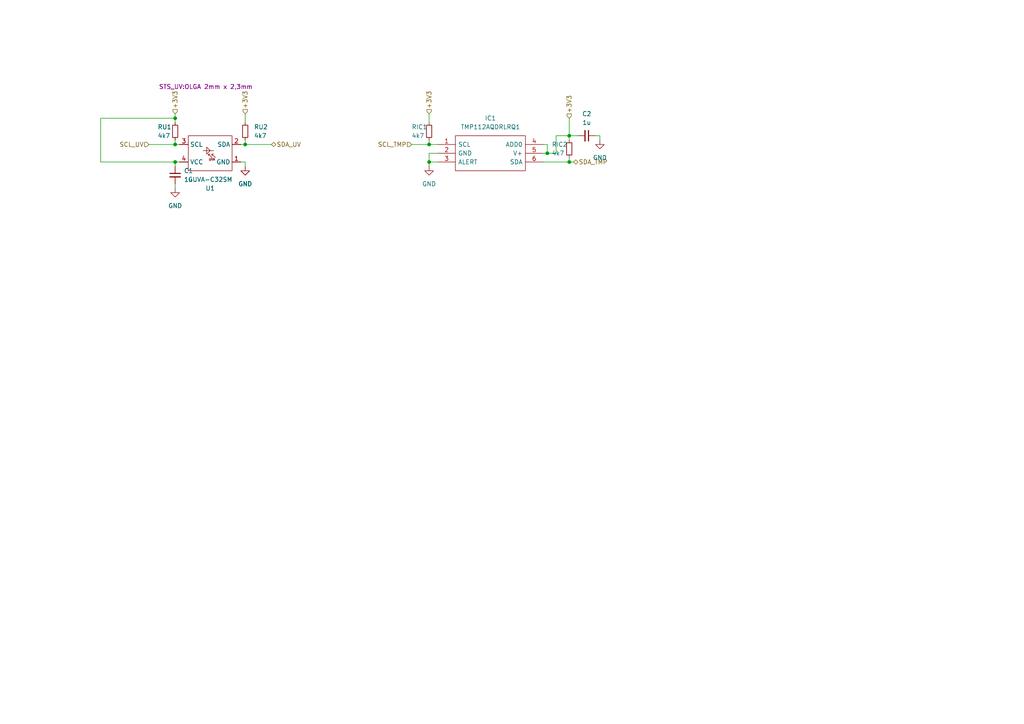
<source format=kicad_sch>
(kicad_sch (version 20211123) (generator eeschema)
  (paper "A4")
  (lib_symbols
    (symbol "Device:C_Small" (pin_numbers hide) (pin_names (offset 0.254) hide)
      (property "Reference" "C" (at 0.254 1.778 0))
      (property "Value" "C_Small" (at 0.254 -2.032 0))
      (symbol "C_Small_0_1"
        (polyline (pts (xy -1.524 -0.508) (xy 1.524 -0.508)) (stroke (width 0.3302)))
        (polyline (pts (xy -1.524 0.508) (xy 1.524 0.508)) (stroke (width 0.3048)))
      )
      (symbol "C_Small_1_1"
        (pin passive line (at 0 2.54 270) (length 2.032) (name "~") (number "1"))
        (pin passive line (at 0 -2.54 90) (length 2.032) (name "~") (number "2"))
      )
    )
    (symbol "Device:R_Small" (pin_numbers hide) (pin_names (offset 0.254) hide)
      (property "Reference" "R" (at 0.762 0.508 0))
      (property "Value" "R_Small" (at 0.762 -1.016 0))
      (symbol "R_Small_0_1"
        (rectangle (start -0.762 1.778) (end 0.762 -1.778) (stroke (width 0.2032)))
      )
      (symbol "R_Small_1_1"
        (pin passive line (at 0 2.54 270) (length 0.762) (name "~") (number "1"))
        (pin passive line (at 0 -2.54 90) (length 0.762) (name "~") (number "2"))
      )
    )
    (symbol "SamacSys:TMP112AQDRLRQ1" (pin_names (offset 0.762))
      (property "Reference" "IC" (at 26.67 7.62 0))
      (property "Value" "TMP112AQDRLRQ1" (at 26.67 5.08 0))
      (symbol "TMP112AQDRLRQ1_0_0"
        (pin passive line (at 0 0 0) (length 5.08) (name "SCL") (number "1"))
        (pin passive line (at 0 -2.54 0) (length 5.08) (name "GND") (number "2"))
        (pin passive line (at 0 -5.08 0) (length 5.08) (name "ALERT") (number "3"))
        (pin passive line (at 30.48 0 180) (length 5.08) (name "ADD0") (number "4"))
        (pin passive line (at 30.48 -2.54 180) (length 5.08) (name "V+") (number "5"))
        (pin passive line (at 30.48 -5.08 180) (length 5.08) (name "SDA") (number "6"))
      )
      (symbol "TMP112AQDRLRQ1_0_1"
        (polyline (pts (xy 5.08 2.54) (xy 25.4 2.54) (xy 25.4 -7.62) (xy 5.08 -7.62) (xy 5.08 2.54)) (stroke (width 0.1524)))
      )
    )
    (symbol "USER_Optic:GUVA-C32SM"
      (property "Reference" "U1" (at 0 10.16 0))
      (property "Value" "GUVA-C32SM" (at 0 7.62 0))
      (property "Footprint" "Package_SO:SO-4_4.4x3.6mm_P2.54mm" (at 1.27 -19.304 0))
      (symbol "GUVA-C32SM_0_0"
        (polyline (pts (xy -0.508 0.254) (xy -1.524 1.27)))
        (polyline (pts (xy 0.508 0.254) (xy -0.508 1.27)))
        (polyline (pts (xy -0.508 0.762) (xy -0.508 0.254) (xy -1.016 0.254)))
        (polyline (pts (xy 0 0.254) (xy 0.508 0.254) (xy 0.508 0.762)))
        (text "UVA" (at -0.508 1.778 0) (effects (font (size 0.635 0.635))))
      )
      (symbol "GUVA-C32SM_0_1"
        (rectangle (start -6.35 5.08) (end 6.35 -5.08))
        (polyline (pts (xy -1.016 -0.762) (xy 2.032 -0.762)))
        (polyline (pts (xy 1.016 -1.778) (xy 0 -0.762)))
        (polyline (pts (xy 0 -0.762) (xy 1.016 0.254) (xy 1.016 -1.778)))
      )
      (symbol "GUVA-C32SM_1_1"
        (pin passive line (at -8.89 2.54 0) (length 2.54) (name "GND") (number "1"))
        (pin bidirectional line (at -8.89 -2.54 0) (length 2.54) (name "SDA") (number "2"))
        (pin input line (at 8.89 -2.54 180) (length 2.54) (name "SCL") (number "3"))
        (pin passive line (at 8.89 2.54 180) (length 2.54) (name "VCC") (number "4"))
      )
    )
    (symbol "power:GND" (power) (pin_names (offset 0))
      (property "Value" "GND" (at 0 -3.81 0))
      (symbol "GND_0_1"
        (polyline (pts (xy 0 0) (xy 0 -1.27) (xy 1.27 -1.27) (xy 0 -2.54) (xy -1.27 -1.27) (xy 0 -1.27)))
      )
      (symbol "GND_1_1"
        (pin power_in line (at 0 0 270) (length 0) hide (name "GND") (number "1"))
      )
    )
  )
  (junction (at 158.75 44.45))
  (junction (at 165.1 39.37))
  (junction (at 124.46 46.99))
  (junction (at 71.12 41.91))
  (junction (at 124.46 41.91))
  (junction (at 165.1 46.99))
  (junction (at 50.8 34.29))
  (junction (at 50.8 41.91))
  (junction (at 50.8 46.99))
  (wire (pts (xy 50.8 53.34) (xy 50.8 54.61)))
  (wire (pts (xy 71.12 33.02) (xy 71.12 35.56)))
  (wire (pts (xy 50.8 46.99) (xy 52.07 46.99)))
  (wire (pts (xy 157.48 44.45) (xy 158.75 44.45)))
  (wire (pts (xy 165.1 45.72) (xy 165.1 46.99)))
  (wire (pts (xy 29.21 34.29) (xy 50.8 34.29)))
  (wire (pts (xy 71.12 40.64) (xy 71.12 41.91)))
  (wire (pts (xy 124.46 41.91) (xy 127 41.91)))
  (wire (pts (xy 71.12 41.91) (xy 78.74 41.91)))
  (wire (pts (xy 157.48 41.91) (xy 158.75 41.91)))
  (wire (pts (xy 165.1 39.37) (xy 167.64 39.37)))
  (wire (pts (xy 119.38 41.91) (xy 124.46 41.91)))
  (wire (pts (xy 166.37 46.99) (xy 165.1 46.99)))
  (wire (pts (xy 50.8 33.02) (xy 50.8 34.29)))
  (wire (pts (xy 124.46 40.64) (xy 124.46 41.91)))
  (wire (pts (xy 69.85 46.99) (xy 71.12 46.99)))
  (wire (pts (xy 124.46 33.02) (xy 124.46 35.56)))
  (wire (pts (xy 161.29 44.45) (xy 161.29 39.37)))
  (wire (pts (xy 165.1 46.99) (xy 157.48 46.99)))
  (wire (pts (xy 29.21 46.99) (xy 50.8 46.99)))
  (wire (pts (xy 50.8 34.29) (xy 50.8 35.56)))
  (wire (pts (xy 50.8 41.91) (xy 52.07 41.91)))
  (wire (pts (xy 172.72 39.37) (xy 173.99 39.37)))
  (wire (pts (xy 158.75 41.91) (xy 158.75 44.45)))
  (wire (pts (xy 50.8 46.99) (xy 50.8 48.26)))
  (wire (pts (xy 161.29 39.37) (xy 165.1 39.37)))
  (wire (pts (xy 127 44.45) (xy 124.46 44.45)))
  (wire (pts (xy 43.18 41.91) (xy 50.8 41.91)))
  (wire (pts (xy 173.99 39.37) (xy 173.99 40.64)))
  (wire (pts (xy 158.75 44.45) (xy 161.29 44.45)))
  (wire (pts (xy 50.8 40.64) (xy 50.8 41.91)))
  (wire (pts (xy 71.12 46.99) (xy 71.12 48.26)))
  (wire (pts (xy 29.21 46.99) (xy 29.21 34.29)))
  (wire (pts (xy 69.85 41.91) (xy 71.12 41.91)))
  (wire (pts (xy 165.1 34.29) (xy 165.1 39.37)))
  (wire (pts (xy 165.1 39.37) (xy 165.1 40.64)))
  (wire (pts (xy 124.46 46.99) (xy 124.46 48.26)))
  (wire (pts (xy 124.46 44.45) (xy 124.46 46.99)))
  (wire (pts (xy 127 46.99) (xy 124.46 46.99)))
  (hierarchical_label "SDA_TMP" (shape bidirectional) (at 166.37 46.99 0))
  (hierarchical_label "SDA_UV" (shape bidirectional) (at 78.74 41.91 0))
  (hierarchical_label "+3V3" (shape input) (at 165.1 34.29 90))
  (hierarchical_label "+3V3" (shape input) (at 50.8 33.02 90))
  (hierarchical_label "SCL_TMP" (shape input) (at 119.38 41.91 180))
  (hierarchical_label "+3V3" (shape input) (at 124.46 33.02 90))
  (hierarchical_label "+3V3" (shape input) (at 71.12 33.02 90))
  (hierarchical_label "SCL_UV" (shape input) (at 43.18 41.91 180))
  (symbol (lib_id "power:GND") (at 71.12 48.26 0) (unit 1)
    (property "Reference" "#PWR03" (effects hide))
    (property "Value" "GND" (at 71.12 53.34 0))
  )
  (symbol (lib_id "power:GND") (at 124.46 48.26 0) (unit 1)
    (property "Reference" "#PWR0101" (effects hide))
    (property "Value" "GND" (at 124.46 53.34 0))
  )
  (symbol (lib_id "Device:C_Small") (at 170.18 39.37 270) (unit 1)
    (property "Reference" "C2" (at 170.1736 33.02 90))
    (property "Value" "1u" (at 170.1736 35.56 90))
    (property "Footprint" "Capacitor_SMD:C_0603_1608Metric" (effects hide))
  )
  (symbol (lib_id "Device:R_Small") (at 124.46 38.1 0) (unit 1)
    (property "Reference" "RIC1" (at 119.38 36.83 0) (effects (justify left)))
    (property "Value" "4k7" (at 119.38 39.37 0) (effects (justify left)))
    (property "Footprint" "Resistor_SMD:R_0603_1608Metric" (effects hide))
  )
  (symbol (lib_id "power:GND") (at 173.99 40.64 0) (unit 1)
    (property "Reference" "#PWR0102" (effects hide))
    (property "Value" "GND" (at 173.99 45.72 0))
  )
  (symbol (lib_id "power:GND") (at 71.12 48.26 0) (unit 1)
    (property "Reference" "#PWR04" (effects hide))
    (property "Value" "GND" (at 71.12 53.34 0))
  )
  (symbol (lib_id "Device:C_Small") (at 50.8 50.8 0) (unit 1)
    (property "Reference" "C1" (at 53.34 49.5362 0) (effects (justify left)))
    (property "Value" "1u" (at 53.34 52.0762 0) (effects (justify left)))
    (property "Footprint" "Capacitor_SMD:C_0603_1608Metric" (effects hide))
  )
  (symbol (lib_id "Device:R_Small") (at 165.1 43.18 0) (unit 1)
    (property "Reference" "RIC2" (at 160.02 41.91 0) (effects (justify left)))
    (property "Value" "4k7" (at 160.02 44.45 0) (effects (justify left)))
    (property "Footprint" "Resistor_SMD:R_0603_1608Metric" (effects hide))
  )
  (symbol (lib_id "Device:R_Small") (at 50.8 38.1 0) (unit 1)
    (property "Reference" "RU1" (at 45.72 36.83 0) (effects (justify left)))
    (property "Value" "4k7" (at 45.72 39.37 0) (effects (justify left)))
    (property "Footprint" "Resistor_SMD:R_0603_1608Metric" (effects hide))
  )
  (symbol (lib_id "USER_Optic:GUVA-C32SM") (at 60.96 44.45 180) (unit 1)
    (property "Reference" "U1" (at 60.96 54.61 0))
    (property "Value" "GUVA-C32SM" (at 60.96 52.07 0))
    (property "Footprint" "STS_UV:OLGA 2mm x 2,3mm" (at 59.69 25.146 0))
  )
  (symbol (lib_id "Device:R_Small") (at 71.12 38.1 0) (unit 1)
    (property "Reference" "RU2" (at 73.66 36.8299 0) (effects (justify left)))
    (property "Value" "4k7" (at 73.66 39.3699 0) (effects (justify left)))
    (property "Footprint" "Resistor_SMD:R_0603_1608Metric" (effects hide))
  )
  (symbol (lib_id "SamacSys:TMP112AQDRLRQ1") (at 127 41.91 0) (unit 1)
    (property "Reference" "IC1" (at 142.24 34.29 0))
    (property "Value" "TMP112AQDRLRQ1" (at 142.24 36.83 0))
    (property "Footprint" "Package_TO_SOT_SMD:SOT-563" (effects hide))
    (property "Datasheet" "http://www.ti.com/lit/gpn/tmp112-q1" (effects hide))
    (property "Description" "Automotive Grade, 1.4V-Capable +/-0.5C Temperature Sensor with Alert Function and I2C/SMBus" (effects hide))
    (property "Height" "0.6" (effects hide))
    (property "Mouser Part Number" "595-TMP112AQDRLRQ1" (effects hide))
    (property "Mouser Price/Stock" "https://www.mouser.co.uk/ProductDetail/Texas-Instruments/TMP112AQDRLRQ1?qs=asCBFxFfL1Q5YmJCm%252BGnCQ%3D%3D" (effects hide))
    (property "Manufacturer_Name" "Texas Instruments" (effects hide))
    (property "Manufacturer_Part_Number" "TMP112AQDRLRQ1" (effects hide))
  )
  (symbol (lib_id "power:GND") (at 50.8 54.61 0) (unit 1)
    (property "Reference" "#PWR02" (effects hide))
    (property "Value" "GND" (at 50.8 59.69 0))
  )
)
</source>
